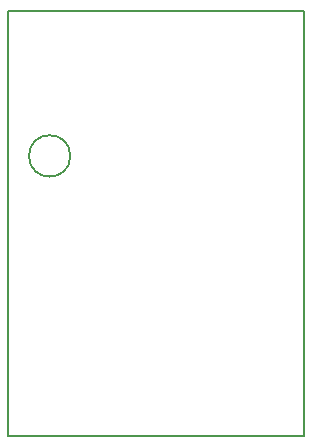
<source format=gbr>
G04 #@! TF.FileFunction,Profile,NP*
%FSLAX46Y46*%
G04 Gerber Fmt 4.6, Leading zero omitted, Abs format (unit mm)*
G04 Created by KiCad (PCBNEW 4.0.4-stable) date Sunday, February 04, 2018 'PMt' 04:47:57 PM*
%MOMM*%
%LPD*%
G01*
G04 APERTURE LIST*
%ADD10C,0.100000*%
%ADD11C,0.150000*%
G04 APERTURE END LIST*
D10*
D11*
X87500000Y-130000000D02*
X112500000Y-130000000D01*
X92750000Y-106250000D02*
G75*
G03X92750000Y-106250000I-1750000J0D01*
G01*
X112500000Y-94000000D02*
X112500000Y-130000000D01*
X87500000Y-94000000D02*
X112500000Y-94000000D01*
X87500000Y-94000000D02*
X87500000Y-130000000D01*
M02*

</source>
